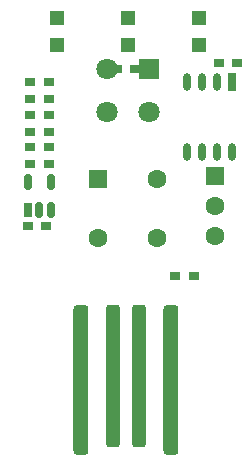
<source format=gbr>
%TF.GenerationSoftware,Altium Limited,Altium Designer,19.1.5 (86)*%
G04 Layer_Color=255*
%FSLAX44Y44*%
%MOMM*%
%TF.FileFunction,Pads,Top*%
%TF.Part,Single*%
G01*
G75*
%TA.AperFunction,SMDPad,CuDef*%
G04:AMPARAMS|DCode=10|XSize=12.065mm|YSize=1.2065mm|CornerRadius=0.3016mm|HoleSize=0mm|Usage=FLASHONLY|Rotation=270.000|XOffset=0mm|YOffset=0mm|HoleType=Round|Shape=RoundedRectangle|*
%AMROUNDEDRECTD10*
21,1,12.0650,0.6033,0,0,270.0*
21,1,11.4618,1.2065,0,0,270.0*
1,1,0.6033,-0.3016,-5.7309*
1,1,0.6033,-0.3016,5.7309*
1,1,0.6033,0.3016,5.7309*
1,1,0.6033,0.3016,-5.7309*
%
%ADD10ROUNDEDRECTD10*%
G04:AMPARAMS|DCode=11|XSize=12.7mm|YSize=1.27mm|CornerRadius=0.3175mm|HoleSize=0mm|Usage=FLASHONLY|Rotation=270.000|XOffset=0mm|YOffset=0mm|HoleType=Round|Shape=RoundedRectangle|*
%AMROUNDEDRECTD11*
21,1,12.7000,0.6350,0,0,270.0*
21,1,12.0650,1.2700,0,0,270.0*
1,1,0.6350,-0.3175,-6.0325*
1,1,0.6350,-0.3175,6.0325*
1,1,0.6350,0.3175,6.0325*
1,1,0.6350,0.3175,-6.0325*
%
%ADD11ROUNDEDRECTD11*%
%ADD12R,1.2500X1.2500*%
%ADD13O,0.7000X1.5000*%
%ADD14R,0.7000X1.5000*%
G04:AMPARAMS|DCode=15|XSize=0.7mm|YSize=1.3mm|CornerRadius=0.175mm|HoleSize=0mm|Usage=FLASHONLY|Rotation=0.000|XOffset=0mm|YOffset=0mm|HoleType=Round|Shape=RoundedRectangle|*
%AMROUNDEDRECTD15*
21,1,0.7000,0.9500,0,0,0.0*
21,1,0.3500,1.3000,0,0,0.0*
1,1,0.3500,0.1750,-0.4750*
1,1,0.3500,-0.1750,-0.4750*
1,1,0.3500,-0.1750,0.4750*
1,1,0.3500,0.1750,0.4750*
%
%ADD15ROUNDEDRECTD15*%
%ADD16R,0.7000X1.3000*%
%ADD17R,0.8500X0.8000*%
%TA.AperFunction,ComponentPad*%
%ADD24R,1.8000X1.8000*%
%ADD25C,1.8000*%
%ADD26R,1.6000X1.6000*%
%ADD27C,1.6000*%
%ADD28R,1.6000X1.6000*%
D10*
X-12340Y-196750D02*
D03*
X9250D02*
D03*
D11*
X-39645Y-199925D02*
D03*
X36555D02*
D03*
D12*
X-60000Y106250D02*
D03*
Y83750D02*
D03*
X-0D02*
D03*
Y106250D02*
D03*
X60000Y83750D02*
D03*
Y106250D02*
D03*
D13*
X62650Y52000D02*
D03*
X75350D02*
D03*
X49950D02*
D03*
X88050Y-7000D02*
D03*
X75350D02*
D03*
X62650D02*
D03*
X49950D02*
D03*
D14*
X88050Y52000D02*
D03*
D15*
X-84500Y-32350D02*
D03*
X-65500D02*
D03*
X-75000Y-56350D02*
D03*
X-65500D02*
D03*
D16*
X-84500D02*
D03*
D17*
X55750Y-112000D02*
D03*
X40250D02*
D03*
X-67250Y-17500D02*
D03*
X-82750D02*
D03*
X-67250Y38000D02*
D03*
X-82750D02*
D03*
X-67250Y52000D02*
D03*
X-82750D02*
D03*
X-9126Y62960D02*
D03*
X6374D02*
D03*
X-84750Y-69400D02*
D03*
X-69250D02*
D03*
X-67250Y24000D02*
D03*
X-82750D02*
D03*
Y-2500D02*
D03*
X-67250D02*
D03*
X-82750Y10019D02*
D03*
X-67250D02*
D03*
X77250Y68000D02*
D03*
X92750D02*
D03*
D24*
X17960Y62960D02*
D03*
D25*
X-17960D02*
D03*
Y27040D02*
D03*
X17960D02*
D03*
D26*
X73500Y-27600D02*
D03*
D27*
Y-53000D02*
D03*
Y-78400D02*
D03*
X25000Y-80000D02*
D03*
Y-30000D02*
D03*
X-25000Y-80000D02*
D03*
D28*
Y-30000D02*
D03*
%TF.MD5,fc6216f89fd069e2e3aea23329a65186*%
M02*

</source>
